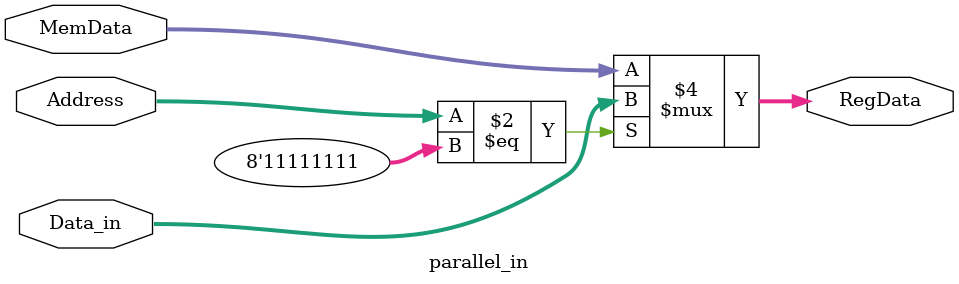
<source format=v>
module parallel_in
(input [7:0] Data_in,
input [7:0] Address, MemData,
output reg [7:0] RegData);

always @ (*)
begin
	if(Address == 	8'hFF)
	RegData <= Data_in;
	else
	RegData <= MemData;
end	
		
		
endmodule	
	
</source>
